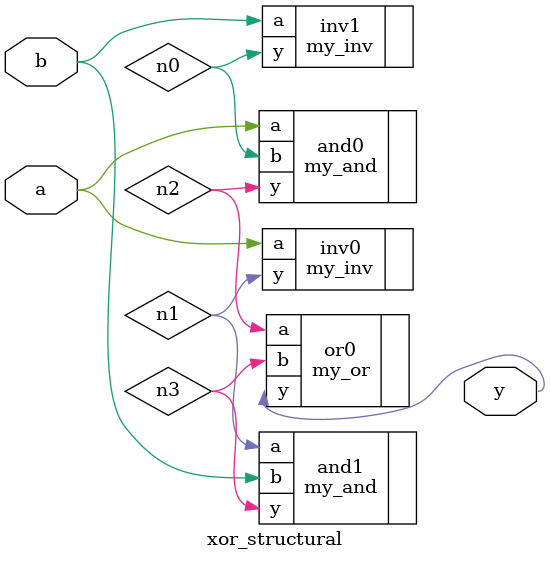
<source format=v>
module xor_structural (
	input		a,
	input		b,
	output	y
	);
	
	wire n0, n1, n2, n3;
	
	my_inv inv0 (
		.a	(a),
		.y	(n1)
	);
	
	my_inv inv1 (
		.a	(b),
		.y	(n0)
	);
	
	my_and and0 (
		.a	(a),
		.b	(n0),
		.y	(n2)
	);
	
	my_and and1 (
		.a	(n1),
		.b	(b),
		.y	(n3)
	);
	
	my_or or0 (
		.a	(n2),
		.b	(n3),
		.y	(y)
	);
	
endmodule
</source>
